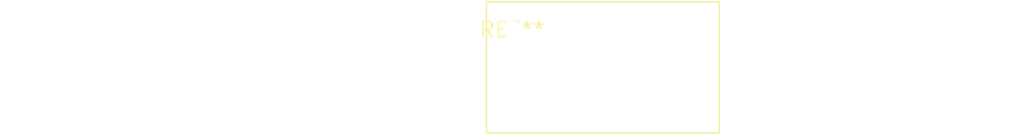
<source format=kicad_pcb>
(kicad_pcb (version 20240108) (generator pcbnew)
  (layers (0 "F.Cu" signal) (31 "B.Cu" signal) (34 "B.Paste" user) (35 "F.Paste" user) (36 "B.SilkS" user "B.Silkscreen") (37 "F.SilkS" user "F.Silkscreen") (38 "B.Mask" user) (39 "F.Mask" user) (44 "Edge.Cuts" user))
  (net 0 "")
  (footprint "L_CommonMode_Toroid_Vertical_L19.3mm_W10.8mm_Px6.35mm_Py15.24mm_Bourns_8100" (layer "F.Cu") (at 0 0)
    (property "Reference" "REF**")
    (property "Value" "L_CommonMode_Toroid_Vertical_L19.3mm_W10.8mm_Px6.35mm_Py15.24mm_Bourns_8100")
    (fp_line (start -2.152 -2.343) (end -2.152 8.693) (layer "F.SilkS") (stroke (width 0.12)))
    (fp_line (start -2.152 -2.343) (end 17.392 -2.343) (layer "F.SilkS") (stroke (width 0.12)))
    (fp_line (start -2.152 8.693) (end 17.392 8.693) (layer "F.SilkS") (stroke (width 0.12)))
    (fp_line (start 17.392 -2.343) (end 17.392 8.693) (layer "F.SilkS") (stroke (width 0.12)))
    (pad "1" thru_hole rect (at 0 0) (size 3 3) (drill 1.5) (layers *.Cu *.Mask) (remove_unused_layers))
    (pad "2" thru_hole circle (at 0 6.35) (size 3 3) (drill 1.5) (layers *.Cu *.Mask) (remove_unused_layers))
    (pad "3" thru_hole circle (at 15.24 6.35) (size 3 3) (drill 1.5) (layers *.Cu *.Mask) (remove_unused_layers))
    (pad "4" thru_hole circle (at 15.24 0) (size 3 3) (drill 1.5) (layers *.Cu *.Mask) (remove_unused_layers))
  )
)
</source>
